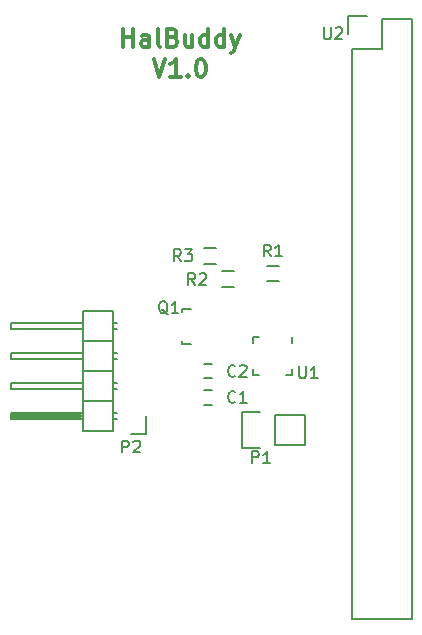
<source format=gbr>
G04 #@! TF.FileFunction,Legend,Top*
%FSLAX46Y46*%
G04 Gerber Fmt 4.6, Leading zero omitted, Abs format (unit mm)*
G04 Created by KiCad (PCBNEW 4.0.4-stable) date Monday 17 April 2017 'à' 16:34:51*
%MOMM*%
%LPD*%
G01*
G04 APERTURE LIST*
%ADD10C,0.100000*%
%ADD11C,0.300000*%
%ADD12C,0.150000*%
G04 APERTURE END LIST*
D10*
D11*
X158842857Y-101303571D02*
X158842857Y-99803571D01*
X158842857Y-100517857D02*
X159700000Y-100517857D01*
X159700000Y-101303571D02*
X159700000Y-99803571D01*
X161057143Y-101303571D02*
X161057143Y-100517857D01*
X160985714Y-100375000D01*
X160842857Y-100303571D01*
X160557143Y-100303571D01*
X160414286Y-100375000D01*
X161057143Y-101232143D02*
X160914286Y-101303571D01*
X160557143Y-101303571D01*
X160414286Y-101232143D01*
X160342857Y-101089286D01*
X160342857Y-100946429D01*
X160414286Y-100803571D01*
X160557143Y-100732143D01*
X160914286Y-100732143D01*
X161057143Y-100660714D01*
X161985715Y-101303571D02*
X161842857Y-101232143D01*
X161771429Y-101089286D01*
X161771429Y-99803571D01*
X163057143Y-100517857D02*
X163271429Y-100589286D01*
X163342857Y-100660714D01*
X163414286Y-100803571D01*
X163414286Y-101017857D01*
X163342857Y-101160714D01*
X163271429Y-101232143D01*
X163128571Y-101303571D01*
X162557143Y-101303571D01*
X162557143Y-99803571D01*
X163057143Y-99803571D01*
X163200000Y-99875000D01*
X163271429Y-99946429D01*
X163342857Y-100089286D01*
X163342857Y-100232143D01*
X163271429Y-100375000D01*
X163200000Y-100446429D01*
X163057143Y-100517857D01*
X162557143Y-100517857D01*
X164700000Y-100303571D02*
X164700000Y-101303571D01*
X164057143Y-100303571D02*
X164057143Y-101089286D01*
X164128571Y-101232143D01*
X164271429Y-101303571D01*
X164485714Y-101303571D01*
X164628571Y-101232143D01*
X164700000Y-101160714D01*
X166057143Y-101303571D02*
X166057143Y-99803571D01*
X166057143Y-101232143D02*
X165914286Y-101303571D01*
X165628572Y-101303571D01*
X165485714Y-101232143D01*
X165414286Y-101160714D01*
X165342857Y-101017857D01*
X165342857Y-100589286D01*
X165414286Y-100446429D01*
X165485714Y-100375000D01*
X165628572Y-100303571D01*
X165914286Y-100303571D01*
X166057143Y-100375000D01*
X167414286Y-101303571D02*
X167414286Y-99803571D01*
X167414286Y-101232143D02*
X167271429Y-101303571D01*
X166985715Y-101303571D01*
X166842857Y-101232143D01*
X166771429Y-101160714D01*
X166700000Y-101017857D01*
X166700000Y-100589286D01*
X166771429Y-100446429D01*
X166842857Y-100375000D01*
X166985715Y-100303571D01*
X167271429Y-100303571D01*
X167414286Y-100375000D01*
X167985715Y-100303571D02*
X168342858Y-101303571D01*
X168700000Y-100303571D02*
X168342858Y-101303571D01*
X168200000Y-101660714D01*
X168128572Y-101732143D01*
X167985715Y-101803571D01*
X161414286Y-102353571D02*
X161914286Y-103853571D01*
X162414286Y-102353571D01*
X163700000Y-103853571D02*
X162842857Y-103853571D01*
X163271429Y-103853571D02*
X163271429Y-102353571D01*
X163128572Y-102567857D01*
X162985714Y-102710714D01*
X162842857Y-102782143D01*
X164342857Y-103710714D02*
X164414285Y-103782143D01*
X164342857Y-103853571D01*
X164271428Y-103782143D01*
X164342857Y-103710714D01*
X164342857Y-103853571D01*
X165342857Y-102353571D02*
X165485714Y-102353571D01*
X165628571Y-102425000D01*
X165700000Y-102496429D01*
X165771429Y-102639286D01*
X165842857Y-102925000D01*
X165842857Y-103282143D01*
X165771429Y-103567857D01*
X165700000Y-103710714D01*
X165628571Y-103782143D01*
X165485714Y-103853571D01*
X165342857Y-103853571D01*
X165200000Y-103782143D01*
X165128571Y-103710714D01*
X165057143Y-103567857D01*
X164985714Y-103282143D01*
X164985714Y-102925000D01*
X165057143Y-102639286D01*
X165128571Y-102496429D01*
X165200000Y-102425000D01*
X165342857Y-102353571D01*
D12*
X165650000Y-130400000D02*
X166350000Y-130400000D01*
X166350000Y-131600000D02*
X165650000Y-131600000D01*
X165650000Y-128150000D02*
X166350000Y-128150000D01*
X166350000Y-129350000D02*
X165650000Y-129350000D01*
X171730000Y-132480000D02*
X174270000Y-132480000D01*
X168910000Y-132200000D02*
X170460000Y-132200000D01*
X171730000Y-132480000D02*
X171730000Y-135020000D01*
X170460000Y-135300000D02*
X168910000Y-135300000D01*
X168910000Y-135300000D02*
X168910000Y-132200000D01*
X171730000Y-135020000D02*
X174270000Y-135020000D01*
X174270000Y-135020000D02*
X174270000Y-132480000D01*
X160800000Y-134130000D02*
X160800000Y-132580000D01*
X159500000Y-134130000D02*
X160800000Y-134130000D01*
X155309000Y-132707000D02*
X149467000Y-132707000D01*
X149467000Y-132707000D02*
X149467000Y-132453000D01*
X149467000Y-132453000D02*
X155309000Y-132453000D01*
X155309000Y-132453000D02*
X155309000Y-132580000D01*
X155309000Y-132580000D02*
X149467000Y-132580000D01*
X157976000Y-132834000D02*
X158357000Y-132834000D01*
X157976000Y-132326000D02*
X158357000Y-132326000D01*
X157976000Y-130294000D02*
X158357000Y-130294000D01*
X157976000Y-129786000D02*
X158357000Y-129786000D01*
X157976000Y-127754000D02*
X158357000Y-127754000D01*
X157976000Y-127246000D02*
X158357000Y-127246000D01*
X157976000Y-124706000D02*
X158357000Y-124706000D01*
X157976000Y-125214000D02*
X158357000Y-125214000D01*
X157976000Y-133850000D02*
X155436000Y-133850000D01*
X157976000Y-131310000D02*
X155436000Y-131310000D01*
X157976000Y-131310000D02*
X157976000Y-128770000D01*
X157976000Y-128770000D02*
X155436000Y-128770000D01*
X155436000Y-130294000D02*
X149340000Y-130294000D01*
X149340000Y-130294000D02*
X149340000Y-129786000D01*
X149340000Y-129786000D02*
X155436000Y-129786000D01*
X155436000Y-128770000D02*
X155436000Y-131310000D01*
X155436000Y-131310000D02*
X155436000Y-133850000D01*
X149340000Y-132326000D02*
X155436000Y-132326000D01*
X149340000Y-132834000D02*
X149340000Y-132326000D01*
X155436000Y-132834000D02*
X149340000Y-132834000D01*
X157976000Y-131310000D02*
X155436000Y-131310000D01*
X157976000Y-133850000D02*
X157976000Y-131310000D01*
X157976000Y-126230000D02*
X155436000Y-126230000D01*
X157976000Y-126230000D02*
X157976000Y-123690000D01*
X157976000Y-123690000D02*
X155436000Y-123690000D01*
X155436000Y-125214000D02*
X149340000Y-125214000D01*
X149340000Y-125214000D02*
X149340000Y-124706000D01*
X149340000Y-124706000D02*
X155436000Y-124706000D01*
X155436000Y-123690000D02*
X155436000Y-126230000D01*
X155436000Y-126230000D02*
X155436000Y-128770000D01*
X149340000Y-127246000D02*
X155436000Y-127246000D01*
X149340000Y-127754000D02*
X149340000Y-127246000D01*
X155436000Y-127754000D02*
X149340000Y-127754000D01*
X157976000Y-126230000D02*
X155436000Y-126230000D01*
X157976000Y-128770000D02*
X157976000Y-126230000D01*
X157976000Y-128770000D02*
X155436000Y-128770000D01*
X163849760Y-123700840D02*
X163849760Y-123749100D01*
X164550800Y-126499820D02*
X163849760Y-126499820D01*
X163849760Y-126499820D02*
X163849760Y-126250900D01*
X163849760Y-123700840D02*
X163849760Y-123500180D01*
X163849760Y-123500180D02*
X164550800Y-123500180D01*
X172000000Y-121175000D02*
X171000000Y-121175000D01*
X171000000Y-119825000D02*
X172000000Y-119825000D01*
X173125000Y-129125000D02*
X172625000Y-129125000D01*
X169875000Y-125875000D02*
X170375000Y-125875000D01*
X169875000Y-129125000D02*
X170375000Y-129125000D01*
X173125000Y-125875000D02*
X173125000Y-126375000D01*
X169875000Y-125875000D02*
X169875000Y-126375000D01*
X169875000Y-129125000D02*
X169875000Y-128625000D01*
X173125000Y-129125000D02*
X173125000Y-128625000D01*
X183270000Y-149750000D02*
X183270000Y-98950000D01*
X178190000Y-101490000D02*
X178190000Y-149750000D01*
X183270000Y-149750000D02*
X178190000Y-149750000D01*
X183270000Y-98950000D02*
X180730000Y-98950000D01*
X179460000Y-98670000D02*
X177910000Y-98670000D01*
X180730000Y-98950000D02*
X180730000Y-101490000D01*
X180730000Y-101490000D02*
X178190000Y-101490000D01*
X177910000Y-98670000D02*
X177910000Y-100220000D01*
X168200000Y-121675000D02*
X167200000Y-121675000D01*
X167200000Y-120325000D02*
X168200000Y-120325000D01*
X165700000Y-118325000D02*
X166700000Y-118325000D01*
X166700000Y-119675000D02*
X165700000Y-119675000D01*
X168333334Y-131357143D02*
X168285715Y-131404762D01*
X168142858Y-131452381D01*
X168047620Y-131452381D01*
X167904762Y-131404762D01*
X167809524Y-131309524D01*
X167761905Y-131214286D01*
X167714286Y-131023810D01*
X167714286Y-130880952D01*
X167761905Y-130690476D01*
X167809524Y-130595238D01*
X167904762Y-130500000D01*
X168047620Y-130452381D01*
X168142858Y-130452381D01*
X168285715Y-130500000D01*
X168333334Y-130547619D01*
X169285715Y-131452381D02*
X168714286Y-131452381D01*
X169000000Y-131452381D02*
X169000000Y-130452381D01*
X168904762Y-130595238D01*
X168809524Y-130690476D01*
X168714286Y-130738095D01*
X168333334Y-129157143D02*
X168285715Y-129204762D01*
X168142858Y-129252381D01*
X168047620Y-129252381D01*
X167904762Y-129204762D01*
X167809524Y-129109524D01*
X167761905Y-129014286D01*
X167714286Y-128823810D01*
X167714286Y-128680952D01*
X167761905Y-128490476D01*
X167809524Y-128395238D01*
X167904762Y-128300000D01*
X168047620Y-128252381D01*
X168142858Y-128252381D01*
X168285715Y-128300000D01*
X168333334Y-128347619D01*
X168714286Y-128347619D02*
X168761905Y-128300000D01*
X168857143Y-128252381D01*
X169095239Y-128252381D01*
X169190477Y-128300000D01*
X169238096Y-128347619D01*
X169285715Y-128442857D01*
X169285715Y-128538095D01*
X169238096Y-128680952D01*
X168666667Y-129252381D01*
X169285715Y-129252381D01*
X169761905Y-136552381D02*
X169761905Y-135552381D01*
X170142858Y-135552381D01*
X170238096Y-135600000D01*
X170285715Y-135647619D01*
X170333334Y-135742857D01*
X170333334Y-135885714D01*
X170285715Y-135980952D01*
X170238096Y-136028571D01*
X170142858Y-136076190D01*
X169761905Y-136076190D01*
X171285715Y-136552381D02*
X170714286Y-136552381D01*
X171000000Y-136552381D02*
X171000000Y-135552381D01*
X170904762Y-135695238D01*
X170809524Y-135790476D01*
X170714286Y-135838095D01*
X158761905Y-135652381D02*
X158761905Y-134652381D01*
X159142858Y-134652381D01*
X159238096Y-134700000D01*
X159285715Y-134747619D01*
X159333334Y-134842857D01*
X159333334Y-134985714D01*
X159285715Y-135080952D01*
X159238096Y-135128571D01*
X159142858Y-135176190D01*
X158761905Y-135176190D01*
X159714286Y-134747619D02*
X159761905Y-134700000D01*
X159857143Y-134652381D01*
X160095239Y-134652381D01*
X160190477Y-134700000D01*
X160238096Y-134747619D01*
X160285715Y-134842857D01*
X160285715Y-134938095D01*
X160238096Y-135080952D01*
X159666667Y-135652381D01*
X160285715Y-135652381D01*
X162604762Y-123947619D02*
X162509524Y-123900000D01*
X162414286Y-123804762D01*
X162271429Y-123661905D01*
X162176190Y-123614286D01*
X162080952Y-123614286D01*
X162128571Y-123852381D02*
X162033333Y-123804762D01*
X161938095Y-123709524D01*
X161890476Y-123519048D01*
X161890476Y-123185714D01*
X161938095Y-122995238D01*
X162033333Y-122900000D01*
X162128571Y-122852381D01*
X162319048Y-122852381D01*
X162414286Y-122900000D01*
X162509524Y-122995238D01*
X162557143Y-123185714D01*
X162557143Y-123519048D01*
X162509524Y-123709524D01*
X162414286Y-123804762D01*
X162319048Y-123852381D01*
X162128571Y-123852381D01*
X163509524Y-123852381D02*
X162938095Y-123852381D01*
X163223809Y-123852381D02*
X163223809Y-122852381D01*
X163128571Y-122995238D01*
X163033333Y-123090476D01*
X162938095Y-123138095D01*
X171333334Y-119052381D02*
X171000000Y-118576190D01*
X170761905Y-119052381D02*
X170761905Y-118052381D01*
X171142858Y-118052381D01*
X171238096Y-118100000D01*
X171285715Y-118147619D01*
X171333334Y-118242857D01*
X171333334Y-118385714D01*
X171285715Y-118480952D01*
X171238096Y-118528571D01*
X171142858Y-118576190D01*
X170761905Y-118576190D01*
X172285715Y-119052381D02*
X171714286Y-119052381D01*
X172000000Y-119052381D02*
X172000000Y-118052381D01*
X171904762Y-118195238D01*
X171809524Y-118290476D01*
X171714286Y-118338095D01*
X173738095Y-128352381D02*
X173738095Y-129161905D01*
X173785714Y-129257143D01*
X173833333Y-129304762D01*
X173928571Y-129352381D01*
X174119048Y-129352381D01*
X174214286Y-129304762D01*
X174261905Y-129257143D01*
X174309524Y-129161905D01*
X174309524Y-128352381D01*
X175309524Y-129352381D02*
X174738095Y-129352381D01*
X175023809Y-129352381D02*
X175023809Y-128352381D01*
X174928571Y-128495238D01*
X174833333Y-128590476D01*
X174738095Y-128638095D01*
X175838095Y-99652381D02*
X175838095Y-100461905D01*
X175885714Y-100557143D01*
X175933333Y-100604762D01*
X176028571Y-100652381D01*
X176219048Y-100652381D01*
X176314286Y-100604762D01*
X176361905Y-100557143D01*
X176409524Y-100461905D01*
X176409524Y-99652381D01*
X176838095Y-99747619D02*
X176885714Y-99700000D01*
X176980952Y-99652381D01*
X177219048Y-99652381D01*
X177314286Y-99700000D01*
X177361905Y-99747619D01*
X177409524Y-99842857D01*
X177409524Y-99938095D01*
X177361905Y-100080952D01*
X176790476Y-100652381D01*
X177409524Y-100652381D01*
X164933334Y-121452381D02*
X164600000Y-120976190D01*
X164361905Y-121452381D02*
X164361905Y-120452381D01*
X164742858Y-120452381D01*
X164838096Y-120500000D01*
X164885715Y-120547619D01*
X164933334Y-120642857D01*
X164933334Y-120785714D01*
X164885715Y-120880952D01*
X164838096Y-120928571D01*
X164742858Y-120976190D01*
X164361905Y-120976190D01*
X165314286Y-120547619D02*
X165361905Y-120500000D01*
X165457143Y-120452381D01*
X165695239Y-120452381D01*
X165790477Y-120500000D01*
X165838096Y-120547619D01*
X165885715Y-120642857D01*
X165885715Y-120738095D01*
X165838096Y-120880952D01*
X165266667Y-121452381D01*
X165885715Y-121452381D01*
X163733334Y-119452381D02*
X163400000Y-118976190D01*
X163161905Y-119452381D02*
X163161905Y-118452381D01*
X163542858Y-118452381D01*
X163638096Y-118500000D01*
X163685715Y-118547619D01*
X163733334Y-118642857D01*
X163733334Y-118785714D01*
X163685715Y-118880952D01*
X163638096Y-118928571D01*
X163542858Y-118976190D01*
X163161905Y-118976190D01*
X164066667Y-118452381D02*
X164685715Y-118452381D01*
X164352381Y-118833333D01*
X164495239Y-118833333D01*
X164590477Y-118880952D01*
X164638096Y-118928571D01*
X164685715Y-119023810D01*
X164685715Y-119261905D01*
X164638096Y-119357143D01*
X164590477Y-119404762D01*
X164495239Y-119452381D01*
X164209524Y-119452381D01*
X164114286Y-119404762D01*
X164066667Y-119357143D01*
M02*

</source>
